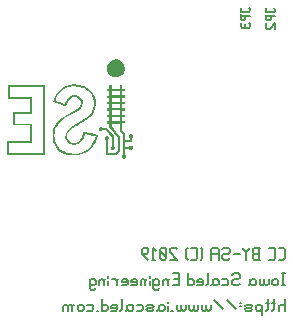
<source format=gbr>
G04 start of page 9 for group -4078 idx -4078 *
G04 Title: (unknown), bottomsilk *
G04 Creator: pcb 20140316 *
G04 CreationDate: Sun 30 Dec 2018 08:06:51 PM GMT UTC *
G04 For: railfan *
G04 Format: Gerber/RS-274X *
G04 PCB-Dimensions (mil): 2200.00 1600.00 *
G04 PCB-Coordinate-Origin: lower left *
%MOIN*%
%FSLAX25Y25*%
%LNBOTTOMSILK*%
%ADD78C,0.0060*%
%ADD77C,0.0001*%
G54D77*G36*
X119477Y69788D02*Y69723D01*
X119217Y69712D01*
X118951Y69772D01*
X118604Y70152D01*
X118571Y70667D01*
X118701Y70900D01*
X118880Y71069D01*
X118946Y71101D01*
Y77932D01*
X118034Y79082D01*
Y81420D01*
X115218D01*
Y80482D01*
X116624Y78702D01*
X118034Y76923D01*
Y72349D01*
X116678Y70993D01*
X113287D01*
Y75881D01*
X113189Y75951D01*
X112891Y76461D01*
X113048Y77026D01*
X113650Y77297D01*
X114226Y76988D01*
X114361Y76472D01*
X114117Y76006D01*
X113992Y75913D01*
X113987Y75751D01*
X113981Y75295D01*
Y74622D01*
X113976Y73798D01*
Y71676D01*
X116396D01*
X117372Y72653D01*
Y76662D01*
X115951Y78447D01*
X114535Y80237D01*
Y80829D01*
X114529Y81415D01*
X113618D01*
Y82201D01*
X114529D01*
Y83574D01*
X113618D01*
Y84334D01*
X114529D01*
Y85728D01*
X113618D01*
Y86487D01*
X114529D01*
Y87860D01*
X113618D01*
Y88620D01*
X114529D01*
Y90014D01*
X113618D01*
Y90773D01*
X114529D01*
Y92173D01*
X113618D01*
Y92933D01*
X114529D01*
Y94175D01*
X115218D01*
Y92933D01*
X118034D01*
Y94175D01*
X118691D01*
Y92933D01*
X119602D01*
Y92173D01*
X118701D01*
X118018Y92227D01*
X115229D01*
X115224Y91538D01*
X115213Y90844D01*
X116613D01*
X117296Y90849D01*
X117730Y90855D01*
X117953Y90866D01*
X118018Y90876D01*
X118029Y91094D01*
X118023Y91571D01*
X118018Y92227D01*
X118701Y92173D01*
Y90801D01*
X119602D01*
Y90041D01*
X118691D01*
X118034Y90084D01*
X115213D01*
X115224Y89395D01*
Y89379D01*
X115229Y88690D01*
X116613D01*
X117600Y88696D01*
X118012Y88706D01*
X118029Y88923D01*
X118034Y89406D01*
Y90084D01*
X118691Y90041D01*
X118701Y88663D01*
X119602D01*
Y87903D01*
X118691D01*
Y86531D01*
X118034Y86558D01*
Y87931D01*
X115218D01*
Y86558D01*
X118034D01*
X118691Y86531D01*
X119602D01*
Y85771D01*
X118701D01*
X118018Y85798D01*
X115218D01*
Y84415D01*
X116613D01*
X117296Y84420D01*
X117730Y84426D01*
X117953Y84437D01*
X118018Y84447D01*
X118029Y84665D01*
X118023Y85136D01*
X118018Y85798D01*
X118701Y85771D01*
Y84404D01*
X119602D01*
Y83645D01*
X118691D01*
Y82272D01*
X118034D01*
Y83645D01*
X115218D01*
Y82272D01*
X119602D01*
Y81485D01*
X118691D01*
Y79418D01*
X119163Y78827D01*
X119629Y78235D01*
Y75930D01*
X121278D01*
Y76706D01*
X121181Y76776D01*
X120942Y77085D01*
X120888Y77460D01*
X121007Y77780D01*
X121230Y78002D01*
X121523Y78105D01*
X121859Y78073D01*
X122147Y77894D01*
X122331Y77606D01*
X122342Y77172D01*
X122233Y76955D01*
X122065Y76776D01*
X121967Y76706D01*
X121962Y75979D01*
Y75246D01*
X119629D01*
Y73749D01*
X120296Y73754D01*
X120964D01*
X121029Y73852D01*
X121338Y74091D01*
X121718Y74145D01*
X122033Y74025D01*
X122250Y73803D01*
X122358Y73510D01*
X122331Y73179D01*
X122147Y72886D01*
X121848Y72696D01*
X121420D01*
X121067Y72919D01*
X120975Y73043D01*
X120779Y73060D01*
X120302Y73065D01*
X119629D01*
Y71183D01*
X119759Y71069D01*
X119955Y70819D01*
X120009Y70504D01*
X119873Y70059D01*
X119477Y69788D01*
G37*
G36*
X103635Y70808D02*Y70814D01*
X102263Y70819D01*
X100885Y70993D01*
X99420Y71438D01*
X98150Y72116D01*
X97108Y73027D01*
X96311Y74145D01*
X95801Y75409D01*
X95546Y76809D01*
X95552Y78241D01*
X95828Y79613D01*
X96316Y80753D01*
X97043Y81805D01*
X98009Y82793D01*
X99235Y83721D01*
X99713Y84030D01*
X100272Y84361D01*
X100955Y84746D01*
X101823Y85218D01*
X102594Y85641D01*
X103169Y85967D01*
X103608Y86243D01*
X103961Y86487D01*
X104688Y87155D01*
X105035Y87806D01*
X105073Y88218D01*
X105035Y88701D01*
X104851Y89298D01*
X104514Y89759D01*
X103657Y90231D01*
X103006Y90280D01*
X102371Y90215D01*
X101422Y89683D01*
X100662Y88614D01*
X100402Y88039D01*
X100174Y87437D01*
X100098Y87236D01*
X99919Y87280D01*
X99441Y87410D01*
X98736Y87611D01*
X97873Y87855D01*
X95671Y88495D01*
X95731Y88750D01*
X96224Y90253D01*
X96951Y91555D01*
X97890Y92640D01*
X99029Y93486D01*
X100168Y94012D01*
X101443Y94338D01*
X102827Y94463D01*
X104286Y94381D01*
X106158Y93942D01*
X107688Y93117D01*
X108849Y91934D01*
X109609Y90410D01*
X109902Y89211D01*
X109994Y87925D01*
X109864Y86612D01*
X109446Y85429D01*
X108909Y84545D01*
X108160Y83704D01*
X107503Y83124D01*
X106728Y82559D01*
X105713Y81930D01*
X104335Y81154D01*
X103641Y80775D01*
X103125Y80482D01*
X102718Y80237D01*
X102355Y80004D01*
X101096Y78957D01*
X100499Y77888D01*
X99897Y78062D01*
X100581Y79326D01*
X102013Y80536D01*
X102387Y80775D01*
X102811Y81030D01*
X103353Y81339D01*
X104080Y81740D01*
X105165Y82348D01*
X105968Y82825D01*
X106598Y83238D01*
X107140Y83645D01*
X108003Y84437D01*
X108643Y85278D01*
X109082Y86184D01*
X109321Y87166D01*
X109359Y87876D01*
X109332Y88652D01*
X109131Y89802D01*
X108762Y90828D01*
X108220Y91712D01*
X107520Y92439D01*
X106120Y93275D01*
X104373Y93736D01*
X102452Y93822D01*
X100695Y93519D01*
X99441Y92992D01*
X98367Y92217D01*
X97477Y91213D01*
X96799Y89998D01*
X96680Y89683D01*
X96555Y89341D01*
X96468Y89064D01*
X96441Y88940D01*
X96582Y88896D01*
X96940Y88793D01*
X97439Y88641D01*
X98015Y88473D01*
X98601Y88305D01*
X99111Y88153D01*
X99490Y88050D01*
X99653Y88001D01*
X99713Y88045D01*
X99799Y88245D01*
X100293Y89265D01*
X100868Y90030D01*
X101536Y90556D01*
X102306Y90849D01*
X102881Y90915D01*
X103462Y90898D01*
X104417Y90616D01*
X105122Y90052D01*
X105556Y89238D01*
X105702Y88196D01*
X105534Y87328D01*
X104986Y86542D01*
X104557Y86140D01*
X104004Y85739D01*
X103212Y85261D01*
X102067Y84626D01*
X100575Y83796D01*
X99501Y83135D01*
X98693Y82538D01*
X97993Y81892D01*
X97309Y81111D01*
X96788Y80292D01*
X96430Y79402D01*
X96203Y78415D01*
X96154Y77481D01*
X96203Y76526D01*
X96360Y75740D01*
X96588Y75045D01*
X97054Y74139D01*
X97657Y73358D01*
X98411Y72702D01*
X99311Y72170D01*
X100472Y71736D01*
X101802Y71481D01*
X102225Y71448D01*
X102773Y71432D01*
X103321D01*
X103717Y71443D01*
X105588Y71861D01*
X107162Y72729D01*
X108448Y74058D01*
X109446Y75837D01*
X109571Y76163D01*
X109717Y76570D01*
X109842Y76939D01*
X109891Y77123D01*
Y77156D01*
X109728Y77205D01*
X109191Y77324D01*
X108041Y77568D01*
X107411Y77704D01*
X106885Y77818D01*
X106527Y77894D01*
X106375Y77921D01*
X106326Y77905D01*
X106277Y77736D01*
X106131Y77232D01*
X105930Y76706D01*
X105138Y75463D01*
X104069Y74638D01*
X102740Y74335D01*
X101704Y74503D01*
X100847Y74964D01*
X100217Y75696D01*
X99859Y76646D01*
X99897Y78062D01*
X100499Y77888D01*
X100445Y77291D01*
X100499Y76662D01*
X101058Y75626D01*
X102078Y75040D01*
X102333Y74997D01*
X102724Y74980D01*
X103120Y74997D01*
X103358Y75040D01*
X104129Y75403D01*
X104775Y76011D01*
X105290Y76836D01*
X105653Y77861D01*
X105735Y78197D01*
X105784Y78447D01*
X105838Y78659D01*
X106039Y78626D01*
X106565Y78523D01*
X107341Y78360D01*
X108274Y78160D01*
X110694Y77644D01*
X110596Y77275D01*
X109950Y75420D01*
X109088Y73857D01*
X108144Y72750D01*
X107037Y71872D01*
X105453Y71150D01*
X103635Y70808D01*
G37*
G36*
X93050Y82614D02*Y71101D01*
X80366D01*
Y75539D01*
X88130D01*
X88124Y78170D01*
X88113Y80802D01*
X82449D01*
Y85212D01*
X88130D01*
Y89732D01*
X80670D01*
Y94143D01*
X93050D01*
Y82614D01*
X92410Y82619D01*
X92399Y93519D01*
X81304D01*
Y90350D01*
X88764D01*
Y84567D01*
X83079D01*
Y81398D01*
X88764D01*
Y74877D01*
X80990D01*
Y71720D01*
X92416D01*
X92410Y82619D01*
X93050Y82614D01*
G37*
G36*
X115913Y72702D02*Y72696D01*
X115370Y72729D01*
X114985Y73103D01*
X114953Y73602D01*
X115213Y73998D01*
X115316Y74069D01*
Y76966D01*
X114405Y78122D01*
X113488Y79277D01*
X112500D01*
X112375Y79141D01*
X111817Y78892D01*
X111431Y79006D01*
X111155Y79293D01*
X111090Y79565D01*
X111106Y79847D01*
X111242Y80091D01*
X111464Y80281D01*
X111616Y80351D01*
X111817Y80357D01*
X112023Y80346D01*
X112175Y80281D01*
X112403Y80086D01*
X112489Y79966D01*
X113819D01*
X114909Y78583D01*
X116005Y77205D01*
Y75631D01*
X116010Y74519D01*
X116021Y74058D01*
X116152Y73966D01*
X116379Y73613D01*
X116374Y73179D01*
X116195Y72891D01*
X115913Y72702D01*
G37*
G36*
X117079Y96861D02*X116640Y96839D01*
X116189Y96861D01*
X115538Y97034D01*
X114936Y97354D01*
X114421Y97799D01*
X114014Y98347D01*
X113748Y99020D01*
X113640Y99747D01*
X113710Y100474D01*
X113943Y101158D01*
X114367Y101776D01*
X114920Y102281D01*
X115864Y102708D01*
X116873Y102795D01*
X117844Y102552D01*
X118691Y101977D01*
X119211Y101326D01*
X119521Y100561D01*
X119602Y99942D01*
X119564Y99302D01*
X119277Y98439D01*
X118729Y97707D01*
X117964Y97148D01*
X117079Y96861D01*
G37*
G54D78*X171000Y36000D02*X172500D01*
X173000Y36500D02*X172500Y36000D01*
X173000Y36500D02*Y39500D01*
X172500Y40000D01*
X171000D02*X172500D01*
X167800Y36000D02*X169300D01*
X169800Y36500D02*X169300Y36000D01*
X169800Y36500D02*Y39500D01*
X169300Y40000D01*
X167800D02*X169300D01*
X162800Y36000D02*X164800D01*
X162800D02*X162300Y36500D01*
Y37500D01*
X162800Y38000D02*X162300Y37500D01*
X162800Y38000D02*X164300D01*
Y36000D02*Y40000D01*
X162800D02*X164800D01*
X162800D02*X162300Y39500D01*
Y38500D02*Y39500D01*
X162800Y38000D02*X162300Y38500D01*
X161100Y39500D02*Y40000D01*
Y39500D02*X160100Y38500D01*
X159100Y39500D01*
Y40000D01*
X160100Y36000D02*Y38500D01*
X155900Y38000D02*X157900D01*
X152700Y40000D02*X152200Y39500D01*
X152700Y40000D02*X154200D01*
X154700Y39500D02*X154200Y40000D01*
X154700Y38500D02*Y39500D01*
Y38500D02*X154200Y38000D01*
X152700D02*X154200D01*
X152700D02*X152200Y37500D01*
Y36500D02*Y37500D01*
X152700Y36000D02*X152200Y36500D01*
X152700Y36000D02*X154200D01*
X154700Y36500D02*X154200Y36000D01*
X151000D02*Y39500D01*
X150500Y40000D01*
X149000D02*X150500D01*
X149000D02*X148500Y39500D01*
Y36000D02*Y39500D01*
Y38000D02*X151000D01*
X145500Y36500D02*X145000Y36000D01*
X145500Y39500D02*X145000Y40000D01*
X145500Y36500D02*Y39500D01*
X141800Y36000D02*X143300D01*
X143800Y36500D02*X143300Y36000D01*
X143800Y36500D02*Y39500D01*
X143300Y40000D01*
X141800D02*X143300D01*
X140600D02*X140100Y39500D01*
Y36500D02*Y39500D01*
X140600Y36000D02*X140100Y36500D01*
X137100Y39500D02*X136600Y40000D01*
X135100D02*X136600D01*
X135100D02*X134600Y39500D01*
Y38500D02*Y39500D01*
X137100Y36000D02*X134600Y38500D01*
Y36000D02*X137100D01*
X133400Y36500D02*X132900Y36000D01*
X133400Y36500D02*Y39500D01*
X132900Y40000D01*
X131900D02*X132900D01*
X131900D02*X131400Y39500D01*
Y36500D02*Y39500D01*
X131900Y36000D02*X131400Y36500D01*
X131900Y36000D02*X132900D01*
X133400Y37000D02*X131400Y39000D01*
X128700Y36000D02*X129700D01*
X129200D02*Y40000D01*
X130200Y39000D02*X129200Y40000D01*
X127500Y36000D02*X125500Y38000D01*
Y39500D01*
X126000Y40000D02*X125500Y39500D01*
X126000Y40000D02*X127000D01*
X127500Y39500D02*X127000Y40000D01*
X127500Y38500D02*Y39500D01*
Y38500D02*X127000Y38000D01*
X125500D02*X127000D01*
X172000Y31500D02*X173000D01*
X172500Y27500D02*Y31500D01*
X172000Y27500D02*X173000D01*
X170800Y28000D02*Y29000D01*
X170300Y29500D01*
X169300D02*X170300D01*
X169300D02*X168800Y29000D01*
Y28000D02*Y29000D01*
X169300Y27500D02*X168800Y28000D01*
X169300Y27500D02*X170300D01*
X170800Y28000D02*X170300Y27500D01*
X167600Y28000D02*Y29500D01*
Y28000D02*X167100Y27500D01*
X166600D02*X167100D01*
X166600D02*X166100Y28000D01*
Y29500D01*
Y28000D02*X165600Y27500D01*
X165100D02*X165600D01*
X165100D02*X164600Y28000D01*
Y29500D01*
X161900D02*X161400Y29000D01*
X161900Y29500D02*X162900D01*
X163400Y29000D02*X162900Y29500D01*
X163400Y28000D02*Y29000D01*
Y28000D02*X162900Y27500D01*
X161400Y28000D02*Y29500D01*
Y28000D02*X160900Y27500D01*
X161900D02*X162900D01*
X161900D02*X161400Y28000D01*
X155900Y31500D02*X155400Y31000D01*
X155900Y31500D02*X157400D01*
X157900Y31000D02*X157400Y31500D01*
X157900Y30000D02*Y31000D01*
Y30000D02*X157400Y29500D01*
X155900D02*X157400D01*
X155900D02*X155400Y29000D01*
Y28000D02*Y29000D01*
X155900Y27500D02*X155400Y28000D01*
X155900Y27500D02*X157400D01*
X157900Y28000D02*X157400Y27500D01*
X152200Y29500D02*X153700D01*
X154200Y29000D02*X153700Y29500D01*
X154200Y28000D02*Y29000D01*
Y28000D02*X153700Y27500D01*
X152200D02*X153700D01*
X149500Y29500D02*X149000Y29000D01*
X149500Y29500D02*X150500D01*
X151000Y29000D02*X150500Y29500D01*
X151000Y28000D02*Y29000D01*
Y28000D02*X150500Y27500D01*
X149000Y28000D02*Y29500D01*
Y28000D02*X148500Y27500D01*
X149500D02*X150500D01*
X149500D02*X149000Y28000D01*
X147300D02*Y31500D01*
Y28000D02*X146800Y27500D01*
X143800D02*X145300D01*
X145800Y28000D02*X145300Y27500D01*
X145800Y28000D02*Y29000D01*
X145300Y29500D01*
X144300D02*X145300D01*
X144300D02*X143800Y29000D01*
Y28500D02*X145800D01*
X143800D02*Y29000D01*
X140600Y27500D02*Y31500D01*
X141100Y27500D02*X140600Y28000D01*
X141100Y27500D02*X142100D01*
X142600Y28000D02*X142100Y27500D01*
X142600Y28000D02*Y29000D01*
X142100Y29500D01*
X141100D02*X142100D01*
X141100D02*X140600Y29000D01*
X136100Y29500D02*X137600D01*
X135600Y27500D02*X137600D01*
Y31500D01*
X135600D02*X137600D01*
X133900Y27500D02*Y29000D01*
X133400Y29500D01*
X132900D02*X133400D01*
X132900D02*X132400Y29000D01*
Y27500D02*Y29000D01*
X134400Y29500D02*X133900Y29000D01*
X129700Y29500D02*X129200Y29000D01*
X129700Y29500D02*X130700D01*
X131200Y29000D02*X130700Y29500D01*
X131200Y28000D02*Y29000D01*
Y28000D02*X130700Y27500D01*
X129700D02*X130700D01*
X129700D02*X129200Y28000D01*
X131200Y26500D02*X130700Y26000D01*
X129700D02*X130700D01*
X129700D02*X129200Y26500D01*
Y29500D01*
X128000Y30000D02*Y30500D01*
Y27500D02*Y29000D01*
X126500Y27500D02*Y29000D01*
X126000Y29500D01*
X125500D02*X126000D01*
X125500D02*X125000Y29000D01*
Y27500D02*Y29000D01*
X127000Y29500D02*X126500Y29000D01*
X121800Y27500D02*X123300D01*
X123800Y28000D02*X123300Y27500D01*
X123800Y28000D02*Y29000D01*
X123300Y29500D01*
X122300D02*X123300D01*
X122300D02*X121800Y29000D01*
Y28500D02*X123800D01*
X121800D02*Y29000D01*
X118600Y27500D02*X120100D01*
X120600Y28000D02*X120100Y27500D01*
X120600Y28000D02*Y29000D01*
X120100Y29500D01*
X119100D02*X120100D01*
X119100D02*X118600Y29000D01*
Y28500D02*X120600D01*
X118600D02*Y29000D01*
X116900Y27500D02*Y29000D01*
X116400Y29500D01*
X115400D02*X116400D01*
X117400D02*X116900Y29000D01*
X114200Y30000D02*Y30500D01*
Y27500D02*Y29000D01*
X112700Y27500D02*Y29000D01*
X112200Y29500D01*
X111700D02*X112200D01*
X111700D02*X111200Y29000D01*
Y27500D02*Y29000D01*
X113200Y29500D02*X112700Y29000D01*
X108500Y29500D02*X108000Y29000D01*
X108500Y29500D02*X109500D01*
X110000Y29000D02*X109500Y29500D01*
X110000Y28000D02*Y29000D01*
Y28000D02*X109500Y27500D01*
X108500D02*X109500D01*
X108500D02*X108000Y28000D01*
X110000Y26500D02*X109500Y26000D01*
X108500D02*X109500D01*
X108500D02*X108000Y26500D01*
Y29500D01*
X173000Y19000D02*Y23000D01*
Y20500D02*X172500Y21000D01*
X171500D02*X172500D01*
X171500D02*X171000Y20500D01*
Y19000D02*Y20500D01*
X169300Y19500D02*Y23000D01*
Y19500D02*X168800Y19000D01*
Y21500D02*X169800D01*
X167300Y19500D02*Y23000D01*
Y19500D02*X166800Y19000D01*
Y21500D02*X167800D01*
X165300Y17500D02*Y20500D01*
X165800Y21000D02*X165300Y20500D01*
X164800Y21000D01*
X163800D02*X164800D01*
X163800D02*X163300Y20500D01*
Y19500D02*Y20500D01*
X163800Y19000D02*X163300Y19500D01*
X163800Y19000D02*X164800D01*
X165300Y19500D02*X164800Y19000D01*
X160100D02*X161600D01*
X160100D02*X159600Y19500D01*
X160100Y20000D02*X159600Y19500D01*
X160100Y20000D02*X161600D01*
X162100Y20500D02*X161600Y20000D01*
X162100Y20500D02*X161600Y21000D01*
X160100D02*X161600D01*
X160100D02*X159600Y20500D01*
X162100Y19500D02*X161600Y19000D01*
X157900Y21500D02*X158400D01*
X157900Y20500D02*X158400D01*
X156700Y19500D02*X153700Y22500D01*
X152500Y19500D02*X149500Y22500D01*
X148300Y19500D02*Y21000D01*
Y19500D02*X147800Y19000D01*
X147300D02*X147800D01*
X147300D02*X146800Y19500D01*
Y21000D01*
Y19500D02*X146300Y19000D01*
X145800D02*X146300D01*
X145800D02*X145300Y19500D01*
Y21000D01*
X144100Y19500D02*Y21000D01*
Y19500D02*X143600Y19000D01*
X143100D02*X143600D01*
X143100D02*X142600Y19500D01*
Y21000D01*
Y19500D02*X142100Y19000D01*
X141600D02*X142100D01*
X141600D02*X141100Y19500D01*
Y21000D01*
X139900Y19500D02*Y21000D01*
Y19500D02*X139400Y19000D01*
X138900D02*X139400D01*
X138900D02*X138400Y19500D01*
Y21000D01*
Y19500D02*X137900Y19000D01*
X137400D02*X137900D01*
X137400D02*X136900Y19500D01*
Y21000D01*
X135200Y19000D02*X135700D01*
X134000Y21500D02*Y22000D01*
Y19000D02*Y20500D01*
X131500Y21000D02*X131000Y20500D01*
X131500Y21000D02*X132500D01*
X133000Y20500D02*X132500Y21000D01*
X133000Y19500D02*Y20500D01*
Y19500D02*X132500Y19000D01*
X131000Y19500D02*Y21000D01*
Y19500D02*X130500Y19000D01*
X131500D02*X132500D01*
X131500D02*X131000Y19500D01*
X127300Y19000D02*X128800D01*
X127300D02*X126800Y19500D01*
X127300Y20000D02*X126800Y19500D01*
X127300Y20000D02*X128800D01*
X129300Y20500D02*X128800Y20000D01*
X129300Y20500D02*X128800Y21000D01*
X127300D02*X128800D01*
X127300D02*X126800Y20500D01*
X129300Y19500D02*X128800Y19000D01*
X123600Y21000D02*X125100D01*
X125600Y20500D02*X125100Y21000D01*
X125600Y19500D02*Y20500D01*
Y19500D02*X125100Y19000D01*
X123600D02*X125100D01*
X120900Y21000D02*X120400Y20500D01*
X120900Y21000D02*X121900D01*
X122400Y20500D02*X121900Y21000D01*
X122400Y19500D02*Y20500D01*
Y19500D02*X121900Y19000D01*
X120400Y19500D02*Y21000D01*
Y19500D02*X119900Y19000D01*
X120900D02*X121900D01*
X120900D02*X120400Y19500D01*
X118700D02*Y23000D01*
Y19500D02*X118200Y19000D01*
X115200D02*X116700D01*
X117200Y19500D02*X116700Y19000D01*
X117200Y19500D02*Y20500D01*
X116700Y21000D01*
X115700D02*X116700D01*
X115700D02*X115200Y20500D01*
Y20000D02*X117200D01*
X115200D02*Y20500D01*
X112000Y19000D02*Y23000D01*
X112500Y19000D02*X112000Y19500D01*
X112500Y19000D02*X113500D01*
X114000Y19500D02*X113500Y19000D01*
X114000Y19500D02*Y20500D01*
X113500Y21000D01*
X112500D02*X113500D01*
X112500D02*X112000Y20500D01*
X110300Y19000D02*X110800D01*
X107100Y21000D02*X108600D01*
X109100Y20500D02*X108600Y21000D01*
X109100Y19500D02*Y20500D01*
Y19500D02*X108600Y19000D01*
X107100D02*X108600D01*
X105900Y19500D02*Y20500D01*
X105400Y21000D01*
X104400D02*X105400D01*
X104400D02*X103900Y20500D01*
Y19500D02*Y20500D01*
X104400Y19000D02*X103900Y19500D01*
X104400Y19000D02*X105400D01*
X105900Y19500D02*X105400Y19000D01*
X102200D02*Y20500D01*
X101700Y21000D01*
X101200D02*X101700D01*
X101200D02*X100700Y20500D01*
Y19000D02*Y20500D01*
X100200Y21000D01*
X99700D02*X100200D01*
X99700D02*X99200Y20500D01*
Y19000D02*Y20500D01*
X102700Y21000D02*X102200Y20500D01*
X158270Y118745D02*Y119900D01*
Y118745D02*X160965D01*
X161350Y119130D02*X160965Y118745D01*
X161350Y119130D02*Y119515D01*
X160965Y119900D02*X161350Y119515D01*
X158270Y117436D02*X161350D01*
X158270Y116281D02*Y117821D01*
Y116281D02*X158655Y115896D01*
X159425D01*
X159810Y116281D02*X159425Y115896D01*
X159810Y116281D02*Y117436D01*
X158655Y114972D02*X158270Y114587D01*
Y113817D02*Y114587D01*
Y113817D02*X158655Y113432D01*
X160965D01*
X161350Y113817D02*X160965Y113432D01*
X161350Y113817D02*Y114587D01*
X160965Y114972D02*X161350Y114587D01*
X159810Y113432D02*Y114587D01*
X166770Y118645D02*Y119800D01*
Y118645D02*X169465D01*
X169850Y119030D02*X169465Y118645D01*
X169850Y119030D02*Y119415D01*
X169465Y119800D02*X169850Y119415D01*
X166770Y117336D02*X169850D01*
X166770Y116181D02*Y117721D01*
Y116181D02*X167155Y115796D01*
X167925D01*
X168310Y116181D02*X167925Y115796D01*
X168310Y116181D02*Y117336D01*
X167155Y114872D02*X166770Y114487D01*
Y113332D02*Y114487D01*
Y113332D02*X167155Y112947D01*
X167925D01*
X169850Y114872D02*X167925Y112947D01*
X169850D02*Y114872D01*
M02*

</source>
